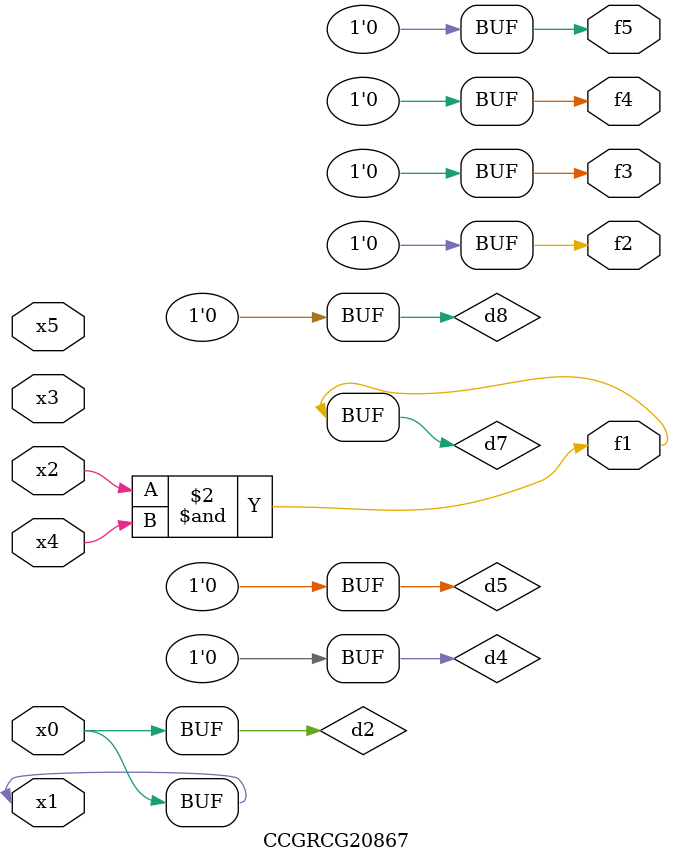
<source format=v>
module CCGRCG20867(
	input x0, x1, x2, x3, x4, x5,
	output f1, f2, f3, f4, f5
);

	wire d1, d2, d3, d4, d5, d6, d7, d8, d9;

	nand (d1, x1);
	buf (d2, x0, x1);
	nand (d3, x2, x4);
	and (d4, d1, d2);
	and (d5, d1, d2);
	nand (d6, d1, d3);
	not (d7, d3);
	xor (d8, d5);
	nor (d9, d5, d6);
	assign f1 = d7;
	assign f2 = d8;
	assign f3 = d8;
	assign f4 = d8;
	assign f5 = d8;
endmodule

</source>
